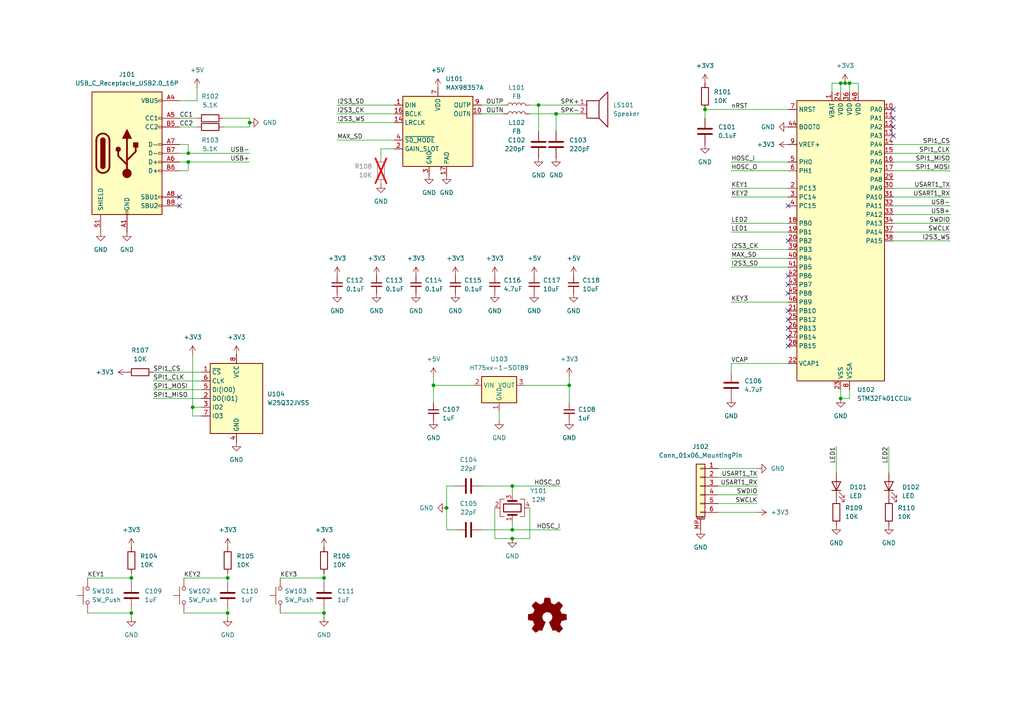
<source format=kicad_sch>
(kicad_sch (version 20231120) (generator "eeschema") (generator_version "8.0")
  (paper "A4")
  (title_block (title "Cyber Music Box") (date "2024-09-10") (rev "1.0") (company "akako") (comment 1 "A birthday gift to HalfSweet"))
  (lib_symbols
    (symbol "Audio:MAX98357A"
      (property "Reference" "U" (at -8.89 11.43 0))
      (property "Value" "MAX98357A" (at 10.16 11.43 0))
      (symbol "MAX98357A_1_1"
        (pin input line (at -12.7 7.62 0) (length 2.54) (name "DIN") (number "1"))
        (pin output line (at 12.7 5.08 180) (length 2.54) (name "OUTN") (number "10"))
        (pin passive line (at -2.54 -12.7 90) (length 2.54) hide (name "GND") (number "11"))
        (pin no_connect line (at 10.16 -5.08 180) (length 2.54) hide (name "NC") (number "12"))
        (pin no_connect line (at 10.16 -7.62 180) (length 2.54) hide (name "NC") (number "13"))
        (pin input line (at -12.7 2.54 0) (length 2.54) (name "LRCLK") (number "14"))
        (pin passive line (at -2.54 -12.7 90) (length 2.54) hide (name "GND") (number "15"))
        (pin input line (at -12.7 5.08 0) (length 2.54) (name "BCLK") (number "16"))
        (pin unspecified line (at 2.54 -12.7 90) (length 2.54) (name "PAD") (number "17"))
        (pin passive line (at -12.7 -5.08 0) (length 2.54) (name "GAIN_SLOT") (number "2"))
        (pin power_in line (at -2.54 -12.7 90) (length 2.54) (name "GND") (number "3"))
        (pin input line (at -12.7 -2.54 0) (length 2.54) (name "~{SD_MODE}") (number "4"))
        (pin no_connect line (at 10.16 2.54 180) (length 2.54) hide (name "NC") (number "5"))
        (pin no_connect line (at 10.16 0 180) (length 2.54) hide (name "NC") (number "6"))
        (pin power_in line (at 0 12.7 270) (length 2.54) (name "VDD") (number "7"))
        (pin passive line (at 0 12.7 270) (length 2.54) hide (name "VDD") (number "8"))
        (pin output line (at 12.7 7.62 180) (length 2.54) (name "OUTP") (number "9"))
      )
    )
    (symbol "Connector:USB_C_Receptacle_USB2.0_16P" (pin_names (offset 1.016))
      (property "Reference" "J" (at 0 22.225 0))
      (property "Value" "USB_C_Receptacle_USB2.0_16P" (at 0 19.685 0))
      (symbol "USB_C_Receptacle_USB2.0_16P_1_1"
        (pin passive line (at 0 -22.86 90) (length 5.08) (name "GND") (number "A1"))
        (pin passive line (at 0 -22.86 90) (length 5.08) hide (name "GND") (number "A12"))
        (pin passive line (at 15.24 15.24 180) (length 5.08) (name "VBUS") (number "A4"))
        (pin bidirectional line (at 15.24 10.16 180) (length 5.08) (name "CC1") (number "A5"))
        (pin bidirectional line (at 15.24 -2.54 180) (length 5.08) (name "D+") (number "A6"))
        (pin bidirectional line (at 15.24 2.54 180) (length 5.08) (name "D-") (number "A7"))
        (pin bidirectional line (at 15.24 -12.7 180) (length 5.08) (name "SBU1") (number "A8"))
        (pin passive line (at 15.24 15.24 180) (length 5.08) hide (name "VBUS") (number "A9"))
        (pin passive line (at 0 -22.86 90) (length 5.08) hide (name "GND") (number "B1"))
        (pin passive line (at 0 -22.86 90) (length 5.08) hide (name "GND") (number "B12"))
        (pin passive line (at 15.24 15.24 180) (length 5.08) hide (name "VBUS") (number "B4"))
        (pin bidirectional line (at 15.24 7.62 180) (length 5.08) (name "CC2") (number "B5"))
        (pin bidirectional line (at 15.24 -5.08 180) (length 5.08) (name "D+") (number "B6"))
        (pin bidirectional line (at 15.24 0 180) (length 5.08) (name "D-") (number "B7"))
        (pin bidirectional line (at 15.24 -15.24 180) (length 5.08) (name "SBU2") (number "B8"))
        (pin passive line (at 15.24 15.24 180) (length 5.08) hide (name "VBUS") (number "B9"))
        (pin passive line (at -7.62 -22.86 90) (length 5.08) (name "SHIELD") (number "S1"))
      )
    )
    (symbol "Connector_Generic_MountingPin:Conn_01x06_MountingPin" (pin_names (offset 1.016) hide)
      (property "Reference" "J" (at 0 7.62 0))
      (property "Value" "Conn_01x06_MountingPin" (at 1.27 -10.16 0))
      (symbol "Conn_01x06_MountingPin_1_1"
        (text "Mounting" (at 0 -9.271 0) (effects (font (size 0.381 0.381))))
        (pin passive line (at -5.08 5.08 0) (length 3.81) (name "Pin_1") (number "1"))
        (pin passive line (at -5.08 2.54 0) (length 3.81) (name "Pin_2") (number "2"))
        (pin passive line (at -5.08 0 0) (length 3.81) (name "Pin_3") (number "3"))
        (pin passive line (at -5.08 -2.54 0) (length 3.81) (name "Pin_4") (number "4"))
        (pin passive line (at -5.08 -5.08 0) (length 3.81) (name "Pin_5") (number "5"))
        (pin passive line (at -5.08 -7.62 0) (length 3.81) (name "Pin_6") (number "6"))
        (pin passive line (at 0 -12.7 90) (length 3.048) (name "MountPin") (number "MP"))
      )
    )
    (symbol "Device:C" (pin_numbers hide) (pin_names (offset 0.254))
      (property "Reference" "C" (at 0.635 2.54 0))
      (property "Value" "C" (at 0.635 -2.54 0))
      (symbol "C_1_1"
        (pin passive line (at 0 3.81 270) (length 2.794) (name "~") (number "1"))
        (pin passive line (at 0 -3.81 90) (length 2.794) (name "~") (number "2"))
      )
    )
    (symbol "Device:C_Small" (pin_numbers hide) (pin_names (offset 0.254) hide)
      (property "Reference" "C" (at 0.254 1.778 0))
      (property "Value" "C_Small" (at 0.254 -2.032 0))
      (symbol "C_Small_1_1"
        (pin passive line (at 0 2.54 270) (length 2.032) (name "~") (number "1"))
        (pin passive line (at 0 -2.54 90) (length 2.032) (name "~") (number "2"))
      )
    )
    (symbol "Device:Crystal_GND24" (pin_names (offset 1.016) hide)
      (property "Reference" "Y" (at 3.175 5.08 0))
      (property "Value" "Crystal_GND24" (at 3.175 3.175 0))
      (symbol "Crystal_GND24_1_1"
        (pin passive line (at -3.81 0 0) (length 1.27) (name "1") (number "1"))
        (pin passive line (at 0 5.08 270) (length 1.27) (name "2") (number "2"))
        (pin passive line (at 3.81 0 180) (length 1.27) (name "3") (number "3"))
        (pin passive line (at 0 -5.08 90) (length 1.27) (name "4") (number "4"))
      )
    )
    (symbol "Device:L" (pin_numbers hide) (pin_names (offset 1.016) hide)
      (property "Reference" "L" (at -1.27 0 90))
      (property "Value" "L" (at 1.905 0 90))
      (symbol "L_1_1"
        (pin passive line (at 0 3.81 270) (length 1.27) (name "1") (number "1"))
        (pin passive line (at 0 -3.81 90) (length 1.27) (name "2") (number "2"))
      )
    )
    (symbol "Device:LED" (pin_numbers hide) (pin_names (offset 1.016) hide)
      (property "Reference" "D" (at 0 2.54 0))
      (property "Value" "LED" (at 0 -2.54 0))
      (symbol "LED_1_1"
        (pin passive line (at -3.81 0 0) (length 2.54) (name "K") (number "1"))
        (pin passive line (at 3.81 0 180) (length 2.54) (name "A") (number "2"))
      )
    )
    (symbol "Device:R" (pin_numbers hide) (pin_names (offset 0))
      (property "Reference" "R" (at 2.032 0 90))
      (property "Value" "R" (at 0 0 90))
      (symbol "R_1_1"
        (pin passive line (at 0 3.81 270) (length 1.27) (name "~") (number "1"))
        (pin passive line (at 0 -3.81 90) (length 1.27) (name "~") (number "2"))
      )
    )
    (symbol "Device:Speaker" (pin_names (offset 0) hide)
      (property "Reference" "LS" (at 1.27 5.715 0))
      (property "Value" "Speaker" (at 1.27 3.81 0))
      (symbol "Speaker_1_1"
        (pin input line (at -5.08 0 0) (length 2.54) (name "1") (number "1"))
        (pin input line (at -5.08 -2.54 0) (length 2.54) (name "2") (number "2"))
      )
    )
    (symbol "Graphic:Logo_Open_Hardware_Small" (in_bom no) (on_board no))
    (symbol "MCU_ST_STM32F4:STM32F401CCUx"
      (property "Reference" "U" (at -12.7 41.91 0))
      (property "Value" "STM32F401CCUx" (at 7.62 41.91 0))
      (symbol "STM32F401CCUx_1_1"
        (pin power_in line (at -2.54 43.18 270) (length 2.54) (name "VBAT") (number "1"))
        (pin bidirectional line (at 15.24 38.1 180) (length 2.54) (name "PA0") (number "10"))
        (pin bidirectional line (at 15.24 35.56 180) (length 2.54) (name "PA1") (number "11"))
        (pin bidirectional line (at 15.24 33.02 180) (length 2.54) (name "PA2") (number "12"))
        (pin bidirectional line (at 15.24 30.48 180) (length 2.54) (name "PA3") (number "13"))
        (pin bidirectional line (at 15.24 27.94 180) (length 2.54) (name "PA4") (number "14"))
        (pin bidirectional line (at 15.24 25.4 180) (length 2.54) (name "PA5") (number "15"))
        (pin bidirectional line (at 15.24 22.86 180) (length 2.54) (name "PA6") (number "16"))
        (pin bidirectional line (at 15.24 20.32 180) (length 2.54) (name "PA7") (number "17"))
        (pin bidirectional line (at -15.24 5.08 0) (length 2.54) (name "PB0") (number "18"))
        (pin bidirectional line (at -15.24 2.54 0) (length 2.54) (name "PB1") (number "19"))
        (pin bidirectional line (at -15.24 15.24 0) (length 2.54) (name "PC13") (number "2"))
        (pin bidirectional line (at -15.24 0 0) (length 2.54) (name "PB2") (number "20"))
        (pin bidirectional line (at -15.24 -20.32 0) (length 2.54) (name "PB10") (number "21"))
        (pin power_out line (at -15.24 -35.56 0) (length 2.54) (name "VCAP1") (number "22"))
        (pin power_in line (at 0 -43.18 90) (length 2.54) (name "VSS") (number "23"))
        (pin power_in line (at 0 43.18 270) (length 2.54) (name "VDD") (number "24"))
        (pin bidirectional line (at -15.24 -22.86 0) (length 2.54) (name "PB12") (number "25"))
        (pin bidirectional line (at -15.24 -25.4 0) (length 2.54) (name "PB13") (number "26"))
        (pin bidirectional line (at -15.24 -27.94 0) (length 2.54) (name "PB14") (number "27"))
        (pin bidirectional line (at -15.24 -30.48 0) (length 2.54) (name "PB15") (number "28"))
        (pin bidirectional line (at 15.24 17.78 180) (length 2.54) (name "PA8") (number "29"))
        (pin bidirectional line (at -15.24 12.7 0) (length 2.54) (name "PC14") (number "3"))
        (pin bidirectional line (at 15.24 15.24 180) (length 2.54) (name "PA9") (number "30"))
        (pin bidirectional line (at 15.24 12.7 180) (length 2.54) (name "PA10") (number "31"))
        (pin bidirectional line (at 15.24 10.16 180) (length 2.54) (name "PA11") (number "32"))
        (pin bidirectional line (at 15.24 7.62 180) (length 2.54) (name "PA12") (number "33"))
        (pin bidirectional line (at 15.24 5.08 180) (length 2.54) (name "PA13") (number "34"))
        (pin passive line (at 0 -43.18 90) (length 2.54) hide (name "VSS") (number "35"))
        (pin power_in line (at 2.54 43.18 270) (length 2.54) (name "VDD") (number "36"))
        (pin bidirectional line (at 15.24 2.54 180) (length 2.54) (name "PA14") (number "37"))
        (pin bidirectional line (at 15.24 0 180) (length 2.54) (name "PA15") (number "38"))
        (pin bidirectional line (at -15.24 -2.54 0) (length 2.54) (name "PB3") (number "39"))
        (pin bidirectional line (at -15.24 10.16 0) (length 2.54) (name "PC15") (number "4"))
        (pin bidirectional line (at -15.24 -5.08 0) (length 2.54) (name "PB4") (number "40"))
        (pin bidirectional line (at -15.24 -7.62 0) (length 2.54) (name "PB5") (number "41"))
        (pin bidirectional line (at -15.24 -10.16 0) (length 2.54) (name "PB6") (number "42"))
        (pin bidirectional line (at -15.24 -12.7 0) (length 2.54) (name "PB7") (number "43"))
        (pin input line (at -15.24 33.02 0) (length 2.54) (name "BOOT0") (number "44"))
        (pin bidirectional line (at -15.24 -15.24 0) (length 2.54) (name "PB8") (number "45"))
        (pin bidirectional line (at -15.24 -17.78 0) (length 2.54) (name "PB9") (number "46"))
        (pin passive line (at 0 -43.18 90) (length 2.54) hide (name "VSS") (number "47"))
        (pin power_in line (at 5.08 43.18 270) (length 2.54) (name "VDD") (number "48"))
        (pin passive line (at 0 -43.18 90) (length 2.54) hide (name "VSS") (number "49"))
        (pin bidirectional line (at -15.24 22.86 0) (length 2.54) (name "PH0") (number "5"))
        (pin bidirectional line (at -15.24 20.32 0) (length 2.54) (name "PH1") (number "6"))
        (pin input line (at -15.24 38.1 0) (length 2.54) (name "NRST") (number "7"))
        (pin power_in line (at 2.54 -43.18 90) (length 2.54) (name "VSSA") (number "8"))
        (pin input line (at -15.24 27.94 0) (length 2.54) (name "VREF+") (number "9"))
      )
    )
    (symbol "Memory_Flash:W25Q32JVSS"
      (property "Reference" "U" (at -6.35 11.43 0))
      (property "Value" "W25Q32JVSS" (at 7.62 11.43 0))
      (symbol "W25Q32JVSS_1_1"
        (pin input line (at -10.16 7.62 0) (length 2.54) (name "~{CS}") (number "1"))
        (pin bidirectional line (at -10.16 0 0) (length 2.54) (name "DO(IO1)") (number "2"))
        (pin bidirectional line (at -10.16 -2.54 0) (length 2.54) (name "IO2") (number "3"))
        (pin power_in line (at 0 -12.7 90) (length 2.54) (name "GND") (number "4"))
        (pin bidirectional line (at -10.16 2.54 0) (length 2.54) (name "DI(IO0)") (number "5"))
        (pin input line (at -10.16 5.08 0) (length 2.54) (name "CLK") (number "6"))
        (pin bidirectional line (at -10.16 -5.08 0) (length 2.54) (name "IO3") (number "7"))
        (pin power_in line (at 0 12.7 270) (length 2.54) (name "VCC") (number "8"))
      )
    )
    (symbol "Regulator_Linear:HT75xx-1-SOT89"
      (property "Reference" "U" (at -5.08 -3.81 0))
      (property "Value" "HT75xx-1-SOT89" (at 0 6.35 0))
      (symbol "HT75xx-1-SOT89_1_1"
        (pin power_in line (at 0 -5.08 90) (length 2.54) (name "GND") (number "1"))
        (pin power_in line (at -7.62 2.54 0) (length 2.54) (name "VIN") (number "2"))
        (pin power_out line (at 7.62 2.54 180) (length 2.54) (name "VOUT") (number "3"))
      )
    )
    (symbol "Switch:SW_Push" (pin_numbers hide) (pin_names (offset 1.016) hide)
      (property "Reference" "SW" (at 1.27 2.54 0))
      (property "Value" "SW_Push" (at 0 -1.524 0))
      (symbol "SW_Push_0_1"
        (pin passive line (at -5.08 0 0) (length 2.54) (name "1") (number "1"))
        (pin passive line (at 5.08 0 180) (length 2.54) (name "2") (number "2"))
      )
    )
    (symbol "power:+3V3" (power) (pin_numbers hide) (pin_names (offset 0) hide)
      (property "Value" "+3V3" (at 0 3.556 0))
      (symbol "+3V3_1_1"
        (pin power_in line (at 0 0 90) (length 0) (name "~") (number "1"))
      )
    )
    (symbol "power:+5V" (power) (pin_numbers hide) (pin_names (offset 0) hide)
      (property "Value" "+5V" (at 0 3.556 0))
      (symbol "+5V_1_1"
        (pin power_in line (at 0 0 90) (length 0) (name "~") (number "1"))
      )
    )
    (symbol "power:GND" (power) (pin_numbers hide) (pin_names (offset 0) hide)
      (property "Value" "GND" (at 0 -3.81 0))
      (symbol "GND_1_1"
        (pin power_in line (at 0 0 270) (length 0) (name "~") (number "1"))
      )
    )
  )
  (junction (at 129.54 147.32))
  (junction (at 54.61 44.45))
  (junction (at 161.29 33.02))
  (junction (at 66.04 167.64))
  (junction (at 165.1 111.76))
  (junction (at 38.1 167.64))
  (junction (at 243.84 24.13))
  (junction (at 156.21 30.48))
  (junction (at 243.84 115.57))
  (junction (at 204.47 31.75))
  (junction (at 93.98 167.64))
  (junction (at 38.1 177.8))
  (junction (at 148.59 140.97))
  (junction (at 148.59 156.21))
  (junction (at 246.38 24.13))
  (junction (at 66.04 177.8))
  (junction (at 93.98 177.8))
  (junction (at 125.73 111.76))
  (junction (at 55.88 118.11))
  (junction (at 245.11 24.13))
  (junction (at 72.39 35.56))
  (junction (at 54.61 46.99))
  (junction (at 148.59 153.67))
  (no_connect (at 228.6 100.33))
  (no_connect (at 52.07 59.69))
  (no_connect (at 259.08 36.83))
  (no_connect (at 228.6 95.25))
  (no_connect (at 228.6 97.79))
  (no_connect (at 228.6 82.55))
  (no_connect (at 228.6 69.85))
  (no_connect (at 259.08 34.29))
  (no_connect (at 228.6 80.01))
  (no_connect (at 228.6 59.69))
  (no_connect (at 228.6 85.09))
  (no_connect (at 259.08 31.75))
  (no_connect (at 228.6 92.71))
  (no_connect (at 228.6 90.17))
  (no_connect (at 52.07 57.15))
  (no_connect (at 259.08 39.37))
  (wire (pts (xy 148.59 151.13) (xy 148.59 153.67)))
  (wire (pts (xy 53.34 167.64) (xy 66.04 167.64)))
  (wire (pts (xy 212.09 87.63) (xy 228.6 87.63)))
  (wire (pts (xy 212.09 72.39) (xy 228.6 72.39)))
  (wire (pts (xy 246.38 24.13) (xy 246.38 26.67)))
  (wire (pts (xy 54.61 44.45) (xy 52.07 44.45)))
  (wire (pts (xy 44.45 107.95) (xy 58.42 107.95)))
  (wire (pts (xy 54.61 41.91) (xy 54.61 44.45)))
  (wire (pts (xy 66.04 166.37) (xy 66.04 167.64)))
  (wire (pts (xy 129.54 140.97) (xy 129.54 147.32)))
  (wire (pts (xy 259.08 67.31) (xy 275.59 67.31)))
  (wire (pts (xy 156.21 30.48) (xy 167.64 30.48)))
  (wire (pts (xy 259.08 64.77) (xy 275.59 64.77)))
  (wire (pts (xy 114.3 35.56) (xy 97.79 35.56)))
  (wire (pts (xy 52.07 34.29) (xy 57.15 34.29)))
  (wire (pts (xy 228.6 105.41) (xy 212.09 105.41)))
  (wire (pts (xy 259.08 69.85) (xy 275.59 69.85)))
  (wire (pts (xy 38.1 166.37) (xy 38.1 167.64)))
  (wire (pts (xy 245.11 24.13) (xy 246.38 24.13)))
  (wire (pts (xy 52.07 41.91) (xy 54.61 41.91)))
  (wire (pts (xy 243.84 24.13) (xy 243.84 26.67)))
  (wire (pts (xy 248.92 26.67) (xy 248.92 24.13)))
  (wire (pts (xy 259.08 44.45) (xy 275.59 44.45)))
  (wire (pts (xy 93.98 166.37) (xy 93.98 167.64)))
  (wire (pts (xy 54.61 46.99) (xy 54.61 49.53)))
  (wire (pts (xy 54.61 44.45) (xy 72.39 44.45)))
  (wire (pts (xy 259.08 46.99) (xy 275.59 46.99)))
  (wire (pts (xy 38.1 177.8) (xy 38.1 176.53)))
  (wire (pts (xy 243.84 24.13) (xy 245.11 24.13)))
  (wire (pts (xy 148.59 140.97) (xy 162.56 140.97)))
  (wire (pts (xy 44.45 115.57) (xy 58.42 115.57)))
  (wire (pts (xy 243.84 113.03) (xy 243.84 115.57)))
  (wire (pts (xy 53.34 177.8) (xy 66.04 177.8)))
  (wire (pts (xy 139.7 140.97) (xy 148.59 140.97)))
  (wire (pts (xy 125.73 111.76) (xy 137.16 111.76)))
  (wire (pts (xy 125.73 111.76) (xy 125.73 116.84)))
  (wire (pts (xy 212.09 67.31) (xy 228.6 67.31)))
  (wire (pts (xy 212.09 105.41) (xy 212.09 107.95)))
  (wire (pts (xy 153.67 33.02) (xy 161.29 33.02)))
  (wire (pts (xy 81.28 177.8) (xy 93.98 177.8)))
  (wire (pts (xy 129.54 147.32) (xy 129.54 153.67)))
  (wire (pts (xy 144.78 121.92) (xy 144.78 119.38)))
  (wire (pts (xy 156.21 30.48) (xy 156.21 38.1)))
  (wire (pts (xy 66.04 167.64) (xy 66.04 168.91)))
  (wire (pts (xy 132.08 140.97) (xy 129.54 140.97)))
  (wire (pts (xy 81.28 167.64) (xy 93.98 167.64)))
  (wire (pts (xy 208.28 140.97) (xy 219.71 140.97)))
  (wire (pts (xy 212.09 57.15) (xy 228.6 57.15)))
  (wire (pts (xy 64.77 34.29) (xy 72.39 34.29)))
  (wire (pts (xy 52.07 46.99) (xy 54.61 46.99)))
  (wire (pts (xy 55.88 102.87) (xy 55.88 118.11)))
  (wire (pts (xy 212.09 74.93) (xy 228.6 74.93)))
  (wire (pts (xy 148.59 153.67) (xy 162.56 153.67)))
  (wire (pts (xy 246.38 24.13) (xy 248.92 24.13)))
  (wire (pts (xy 259.08 57.15) (xy 275.59 57.15)))
  (wire (pts (xy 259.08 41.91) (xy 275.59 41.91)))
  (wire (pts (xy 66.04 177.8) (xy 66.04 176.53)))
  (wire (pts (xy 110.49 43.18) (xy 110.49 45.72)))
  (wire (pts (xy 212.09 64.77) (xy 228.6 64.77)))
  (wire (pts (xy 208.28 148.59) (xy 219.71 148.59)))
  (wire (pts (xy 241.3 24.13) (xy 241.3 26.67)))
  (wire (pts (xy 208.28 135.89) (xy 219.71 135.89)))
  (wire (pts (xy 153.67 156.21) (xy 153.67 147.32)))
  (wire (pts (xy 93.98 179.07) (xy 93.98 177.8)))
  (wire (pts (xy 246.38 113.03) (xy 246.38 115.57)))
  (wire (pts (xy 212.09 46.99) (xy 228.6 46.99)))
  (wire (pts (xy 259.08 54.61) (xy 275.59 54.61)))
  (wire (pts (xy 208.28 143.51) (xy 219.71 143.51)))
  (wire (pts (xy 52.07 36.83) (xy 57.15 36.83)))
  (wire (pts (xy 54.61 49.53) (xy 52.07 49.53)))
  (wire (pts (xy 148.59 156.21) (xy 153.67 156.21)))
  (wire (pts (xy 25.4 167.64) (xy 38.1 167.64)))
  (wire (pts (xy 72.39 34.29) (xy 72.39 35.56)))
  (wire (pts (xy 139.7 30.48) (xy 146.05 30.48)))
  (wire (pts (xy 242.57 129.54) (xy 242.57 137.16)))
  (wire (pts (xy 97.79 33.02) (xy 114.3 33.02)))
  (wire (pts (xy 57.15 29.21) (xy 52.07 29.21)))
  (wire (pts (xy 257.81 129.54) (xy 257.81 137.16)))
  (wire (pts (xy 152.4 111.76) (xy 165.1 111.76)))
  (wire (pts (xy 161.29 38.1) (xy 161.29 33.02)))
  (wire (pts (xy 208.28 146.05) (xy 219.71 146.05)))
  (wire (pts (xy 246.38 115.57) (xy 243.84 115.57)))
  (wire (pts (xy 57.15 25.4) (xy 57.15 29.21)))
  (wire (pts (xy 97.79 30.48) (xy 114.3 30.48)))
  (wire (pts (xy 97.79 40.64) (xy 114.3 40.64)))
  (wire (pts (xy 55.88 120.65) (xy 58.42 120.65)))
  (wire (pts (xy 148.59 143.51) (xy 148.59 140.97)))
  (wire (pts (xy 55.88 118.11) (xy 58.42 118.11)))
  (wire (pts (xy 212.09 49.53) (xy 228.6 49.53)))
  (wire (pts (xy 93.98 177.8) (xy 93.98 176.53)))
  (wire (pts (xy 208.28 138.43) (xy 219.71 138.43)))
  (wire (pts (xy 72.39 35.56) (xy 72.39 36.83)))
  (wire (pts (xy 259.08 59.69) (xy 275.59 59.69)))
  (wire (pts (xy 139.7 33.02) (xy 146.05 33.02)))
  (wire (pts (xy 38.1 179.07) (xy 38.1 177.8)))
  (wire (pts (xy 25.4 177.8) (xy 38.1 177.8)))
  (wire (pts (xy 161.29 33.02) (xy 167.64 33.02)))
  (wire (pts (xy 212.09 77.47) (xy 228.6 77.47)))
  (wire (pts (xy 241.3 24.13) (xy 243.84 24.13)))
  (wire (pts (xy 38.1 167.64) (xy 38.1 168.91)))
  (wire (pts (xy 143.51 147.32) (xy 143.51 156.21)))
  (wire (pts (xy 72.39 36.83) (xy 64.77 36.83)))
  (wire (pts (xy 114.3 43.18) (xy 110.49 43.18)))
  (wire (pts (xy 44.45 110.49) (xy 58.42 110.49)))
  (wire (pts (xy 153.67 30.48) (xy 156.21 30.48)))
  (wire (pts (xy 125.73 109.22) (xy 125.73 111.76)))
  (wire (pts (xy 204.47 31.75) (xy 228.6 31.75)))
  (wire (pts (xy 54.61 46.99) (xy 72.39 46.99)))
  (wire (pts (xy 66.04 179.07) (xy 66.04 177.8)))
  (wire (pts (xy 212.09 54.61) (xy 228.6 54.61)))
  (wire (pts (xy 165.1 116.84) (xy 165.1 111.76)))
  (wire (pts (xy 139.7 153.67) (xy 148.59 153.67)))
  (wire (pts (xy 44.45 113.03) (xy 58.42 113.03)))
  (wire (pts (xy 259.08 62.23) (xy 275.59 62.23)))
  (wire (pts (xy 165.1 109.22) (xy 165.1 111.76)))
  (wire (pts (xy 259.08 49.53) (xy 275.59 49.53)))
  (wire (pts (xy 204.47 31.75) (xy 204.47 34.29)))
  (wire (pts (xy 143.51 156.21) (xy 148.59 156.21)))
  (wire (pts (xy 55.88 118.11) (xy 55.88 120.65)))
  (wire (pts (xy 93.98 167.64) (xy 93.98 168.91)))
  (wire (pts (xy 129.54 153.67) (xy 132.08 153.67)))
  (label "SPI1_CS" (at 44.45 107.95 0))
  (label "SPI1_MISO" (at 44.45 115.57 0))
  (label "SWDIO" (at 275.59 64.77 180))
  (label "I2S3_WS" (at 97.79 35.56 0))
  (label "SPI1_CLK" (at 44.45 110.49 0))
  (label "CC2" (at 52.07 36.83 0))
  (label "HOSC_O" (at 212.09 49.53 0))
  (label "USART1_TX" (at 219.71 138.43 180))
  (label "KEY3" (at 81.28 167.64 0))
  (label "SPI1_MISO" (at 275.59 46.99 180))
  (label "OUTP" (at 140.97 30.48 0))
  (label "SWCLK" (at 275.59 67.31 180))
  (label "SPI1_MOSI" (at 44.45 113.03 0))
  (label "KEY1" (at 212.09 54.61 0))
  (label "SPK-" (at 162.56 33.02 0))
  (label "USB+" (at 72.39 46.99 180))
  (label "KEY2" (at 53.34 167.64 0))
  (label "LED1" (at 242.57 129.54 270))
  (label "HOSC_O" (at 162.56 140.97 180))
  (label "CC1" (at 52.07 34.29 0))
  (label "LED1" (at 212.09 67.31 0))
  (label "USB-" (at 275.59 59.69 180))
  (label "MAX_SD" (at 97.79 40.64 0))
  (label "LED2" (at 257.81 129.54 270))
  (label "I2S3_CK" (at 212.09 72.39 0))
  (label "I2S3_SD" (at 212.09 77.47 0))
  (label "SPI1_CLK" (at 275.59 44.45 180))
  (label "SPK+" (at 162.56 30.48 0))
  (label "MAX_SD" (at 212.09 74.93 0))
  (label "USB+" (at 275.59 62.23 180))
  (label "LED2" (at 212.09 64.77 0))
  (label "SWDIO" (at 219.71 143.51 180))
  (label "USART1_RX" (at 275.59 57.15 180))
  (label "SPI1_MOSI" (at 275.59 49.53 180))
  (label "I2S3_CK" (at 97.79 33.02 0))
  (label "KEY1" (at 25.4 167.64 0))
  (label "HOSC_I" (at 162.56 153.67 180))
  (label "SPI1_CS" (at 275.59 41.91 180))
  (label "OUTN" (at 140.97 33.02 0))
  (label "HOSC_I" (at 212.09 46.99 0))
  (label "USART1_RX" (at 219.71 140.97 180))
  (label "I2S3_SD" (at 97.79 30.48 0))
  (label "KEY3" (at 212.09 87.63 0))
  (label "VCAP" (at 212.09 105.41 0))
  (label "nRST" (at 212.09 31.75 0))
  (label "I2S3_WS" (at 275.59 69.85 180))
  (label "USART1_TX" (at 275.59 54.61 180))
  (label "SWCLK" (at 219.71 146.05 180))
  (label "KEY2" (at 212.09 57.15 0))
  (label "USB-" (at 72.39 44.45 180))
  (symbol (lib_id "Device:C") (at 66.04 172.72 0) (unit 1)
    (property "Reference" "C110" (at 69.85 171.4499 0) (effects (justify left)))
    (property "Value" "1uF" (at 69.85 173.9899 0) (effects (justify left)))
    (property "Footprint" "Capacitor_SMD:C_0603_1608Metric" (effects (hide yes)))
    (property "Description" "Unpolarized capacitor" (effects (hide yes)))
  )
  (symbol (lib_id "Device:C_Small") (at 154.94 82.55 0) (unit 1)
    (property "Reference" "C117" (at 157.48 81.2862 0) (effects (justify left)))
    (property "Value" "10uF" (at 157.48 83.8262 0) (effects (justify left)))
    (property "Footprint" "Capacitor_SMD:C_0805_2012Metric" (effects (hide yes)))
  )
  (symbol (lib_id "Device:C_Small") (at 109.22 82.55 0) (unit 1)
    (property "Reference" "C113" (at 111.76 81.2862 0) (effects (justify left)))
    (property "Value" "0.1uF" (at 111.76 83.8262 0) (effects (justify left)))
    (property "Footprint" "Capacitor_SMD:C_0603_1608Metric" (effects (hide yes)))
  )
  (symbol (lib_id "power:GND") (at 148.59 156.21 0) (unit 1)
    (property "Reference" "#PWR0116" (effects (hide yes)))
    (property "Value" "GND" (at 148.59 161.29 0))
    (property "Description" "Power symbol creates a global label with name \"GND\" , ground" (effects (hide yes)))
  )
  (symbol (lib_id "power:+5V") (at 127 25.4 0) (unit 1)
    (property "Reference" "#PWR0104" (effects (hide yes)))
    (property "Value" "+5V" (at 127 20.32 0))
  )
  (symbol (lib_id "power:+3V3") (at 93.98 158.75 0) (unit 1)
    (property "Reference" "#PWR0129" (effects (hide yes)))
    (property "Value" "+3V3" (at 93.98 153.67 0))
    (property "Description" "Power symbol creates a global label with name \"+3V3\"" (effects (hide yes)))
  )
  (symbol (lib_id "power:GND") (at 68.58 128.27 0) (unit 1)
    (property "Reference" "#PWR0126" (effects (hide yes)))
    (property "Value" "GND" (at 68.58 133.35 0))
    (property "Description" "Power symbol creates a global label with name \"GND\" , ground" (effects (hide yes)))
  )
  (symbol (lib_id "power:+3V3") (at 143.51 80.01 0) (unit 1)
    (property "Reference" "#PWR0148" (effects (hide yes)))
    (property "Value" "+3V3" (at 143.51 74.93 0))
  )
  (symbol (lib_id "Device:L") (at 149.86 30.48 90) (unit 1)
    (property "Reference" "L101" (at 149.86 25.4 90))
    (property "Value" "FB" (at 149.86 27.94 90))
    (property "Footprint" "Inductor_SMD:L_1206_3216Metric" (effects (hide yes)))
    (property "Description" "Inductor" (effects (hide yes)))
  )
  (symbol (lib_id "Switch:SW_Push") (at 81.28 172.72 90) (unit 1)
    (property "Reference" "SW103" (at 82.55 171.4499 90) (effects (justify right)))
    (property "Value" "SW_Push" (at 82.55 173.9899 90) (effects (justify right)))
    (property "Footprint" "Button_Switch_SMD:SW_Push_1P1T_NO_CK_KMR2" (effects (hide yes)))
    (property "Description" "Push button switch, generic, two pins" (effects (hide yes)))
  )
  (symbol (lib_id "Device:C") (at 38.1 172.72 0) (unit 1)
    (property "Reference" "C109" (at 41.91 171.4499 0) (effects (justify left)))
    (property "Value" "1uF" (at 41.91 173.9899 0) (effects (justify left)))
    (property "Footprint" "Capacitor_SMD:C_0603_1608Metric" (effects (hide yes)))
    (property "Description" "Unpolarized capacitor" (effects (hide yes)))
  )
  (symbol (lib_id "Device:R") (at 38.1 162.56 0) (unit 1)
    (property "Reference" "R104" (at 40.64 161.2899 0) (effects (justify left)))
    (property "Value" "10K" (at 40.64 163.8299 0) (effects (justify left)))
    (property "Footprint" "Resistor_SMD:R_0603_1608Metric" (effects (hide yes)))
    (property "Description" "Resistor" (effects (hide yes)))
  )
  (symbol (lib_id "power:GND") (at 156.21 45.72 0) (unit 1)
    (property "Reference" "#PWR0109" (effects (hide yes)))
    (property "Value" "GND" (at 156.21 50.8 0))
  )
  (symbol (lib_id "power:GND") (at 29.21 67.31 0) (unit 1)
    (property "Reference" "#PWR0113" (effects (hide yes)))
    (property "Value" "GND" (at 29.21 72.39 0))
    (property "Description" "Power symbol creates a global label with name \"GND\" , ground" (effects (hide yes)))
  )
  (symbol (lib_id "Graphic:Logo_Open_Hardware_Small") (at 158.75 179.07 0) (unit 1) (in_bom no)
    (property "Reference" "#SYM101" (effects (hide yes)))
    (property "Value" "Logo_Open_Hardware_Small" (effects (hide yes)))
    (property "Footprint" "Symbol:OSHW-Logo_7.5x8mm_SilkScreen" (effects (hide yes)))
    (property "Description" "Open Hardware logo, small" (effects (hide yes)))
    (property "Sim.Enable" "0" (effects (hide yes)))
  )
  (symbol (lib_id "power:GND") (at 109.22 85.09 0) (unit 1)
    (property "Reference" "#PWR0143" (effects (hide yes)))
    (property "Value" "GND" (at 109.22 90.17 0))
  )
  (symbol (lib_id "power:+3V3") (at 120.65 80.01 0) (unit 1)
    (property "Reference" "#PWR0144" (effects (hide yes)))
    (property "Value" "+3V3" (at 120.65 74.93 0))
  )
  (symbol (lib_id "power:+5V") (at 166.37 80.01 0) (unit 1)
    (property "Reference" "#PWR0152" (effects (hide yes)))
    (property "Value" "+5V" (at 166.37 74.93 0))
    (property "Description" "Power symbol creates a global label with name \"+5V\"" (effects (hide yes)))
  )
  (symbol (lib_id "Switch:SW_Push") (at 25.4 172.72 90) (unit 1)
    (property "Reference" "SW101" (at 26.67 171.4499 90) (effects (justify right)))
    (property "Value" "SW_Push" (at 26.67 173.9899 90) (effects (justify right)))
    (property "Footprint" "Button_Switch_SMD:SW_Push_1P1T_NO_CK_KMR2" (effects (hide yes)))
    (property "Description" "Push button switch, generic, two pins" (effects (hide yes)))
  )
  (symbol (lib_id "power:GND") (at 166.37 85.09 0) (unit 1)
    (property "Reference" "#PWR0153" (effects (hide yes)))
    (property "Value" "GND" (at 166.37 90.17 0))
  )
  (symbol (lib_id "power:+3V3") (at 97.79 80.01 0) (unit 1)
    (property "Reference" "#PWR0140" (effects (hide yes)))
    (property "Value" "+3V3" (at 97.79 74.93 0))
  )
  (symbol (lib_id "power:+3V3") (at 245.11 24.13 0) (unit 1)
    (property "Reference" "#PWR0102" (effects (hide yes)))
    (property "Value" "+3V3" (at 245.11 19.05 0))
    (property "Description" "Power symbol creates a global label with name \"+3V3\"" (effects (hide yes)))
  )
  (symbol (lib_id "power:GND") (at 93.98 179.07 0) (unit 1)
    (property "Reference" "#PWR0132" (effects (hide yes)))
    (property "Value" "GND" (at 93.98 184.15 0))
    (property "Description" "Power symbol creates a global label with name \"GND\" , ground" (effects (hide yes)))
  )
  (symbol (lib_id "power:GND") (at 144.78 121.92 0) (unit 1)
    (property "Reference" "#PWR0124" (effects (hide yes)))
    (property "Value" "GND" (at 144.78 127 0))
  )
  (symbol (lib_id "Device:R") (at 93.98 162.56 0) (unit 1)
    (property "Reference" "R106" (at 96.52 161.2899 0) (effects (justify left)))
    (property "Value" "10K" (at 96.52 163.8299 0) (effects (justify left)))
    (property "Footprint" "Resistor_SMD:R_0603_1608Metric" (effects (hide yes)))
    (property "Description" "Resistor" (effects (hide yes)))
  )
  (symbol (lib_id "Device:C_Small") (at 97.79 82.55 0) (unit 1)
    (property "Reference" "C112" (at 100.33 81.2862 0) (effects (justify left)))
    (property "Value" "0.1uF" (at 100.33 83.8262 0) (effects (justify left)))
    (property "Footprint" "Capacitor_SMD:C_0603_1608Metric" (effects (hide yes)))
  )
  (symbol (lib_id "Regulator_Linear:HT75xx-1-SOT89") (at 144.78 114.3 0) (unit 1)
    (property "Reference" "U103" (at 144.78 104.14 0))
    (property "Value" "HT75xx-1-SOT89" (at 144.78 106.68 0))
    (property "Footprint" "Package_TO_SOT_SMD:SOT-89-3" (effects (hide yes)))
    (property "Datasheet" "https://www.holtek.com/documents/10179/116711/HT75xx-1v250.pdf" (effects (hide yes)))
    (property "Description" "100mA Low Dropout Voltage Regulator, Fixed Output, SOT89" (effects (hide yes)))
  )
  (symbol (lib_id "power:GND") (at 120.65 85.09 0) (unit 1)
    (property "Reference" "#PWR0145" (effects (hide yes)))
    (property "Value" "GND" (at 120.65 90.17 0))
  )
  (symbol (lib_id "Device:R") (at 242.57 148.59 0) (unit 1)
    (property "Reference" "R109" (at 245.11 147.3199 0) (effects (justify left)))
    (property "Value" "10K" (at 245.11 149.8599 0) (effects (justify left)))
    (property "Footprint" "Resistor_SMD:R_0603_1608Metric" (effects (hide yes)))
    (property "Description" "Resistor" (effects (hide yes)))
  )
  (symbol (lib_id "Device:C_Small") (at 120.65 82.55 0) (unit 1)
    (property "Reference" "C114" (at 123.19 81.2862 0) (effects (justify left)))
    (property "Value" "0.1uF" (at 123.19 83.8262 0) (effects (justify left)))
    (property "Footprint" "Capacitor_SMD:C_0603_1608Metric" (effects (hide yes)))
  )
  (symbol (lib_id "power:+3V3") (at 68.58 102.87 0) (unit 1)
    (property "Reference" "#PWR0120" (effects (hide yes)))
    (property "Value" "+3V3" (at 68.58 97.79 0))
    (property "Description" "Power symbol creates a global label with name \"+3V3\"" (effects (hide yes)))
  )
  (symbol (lib_id "power:GND") (at 242.57 152.4 0) (unit 1)
    (property "Reference" "#PWR0137" (effects (hide yes)))
    (property "Value" "GND" (at 242.57 157.48 0))
    (property "Description" "Power symbol creates a global label with name \"GND\" , ground" (effects (hide yes)))
  )
  (symbol (lib_id "power:GND") (at 154.94 85.09 0) (unit 1)
    (property "Reference" "#PWR0151" (effects (hide yes)))
    (property "Value" "GND" (at 154.94 90.17 0))
  )
  (symbol (lib_id "power:GND") (at 228.6 36.83 270) (unit 1)
    (property "Reference" "#PWR0105" (effects (hide yes)))
    (property "Value" "GND" (at 224.79 36.8299 90) (effects (justify right)))
    (property "Description" "Power symbol creates a global label with name \"GND\" , ground" (effects (hide yes)))
  )
  (symbol (lib_id "Device:C_Small") (at 125.73 119.38 0) (unit 1)
    (property "Reference" "C107" (at 128.27 118.7513 0) (effects (justify left)))
    (property "Value" "1uF" (at 128.27 121.2913 0) (effects (justify left)))
    (property "Footprint" "Capacitor_SMD:C_0603_1608Metric" (effects (hide yes)))
  )
  (symbol (lib_id "Device:R") (at 204.47 27.94 0) (unit 1)
    (property "Reference" "R101" (at 207.01 26.6699 0) (effects (justify left)))
    (property "Value" "10K" (at 207.01 29.2099 0) (effects (justify left)))
    (property "Footprint" "Resistor_SMD:R_0603_1608Metric" (effects (hide yes)))
    (property "Description" "Resistor" (effects (hide yes)))
  )
  (symbol (lib_id "Device:R") (at 60.96 36.83 90) (unit 1)
    (property "Reference" "R103" (at 60.96 40.64 90))
    (property "Value" "5.1K" (at 60.96 43.18 90))
    (property "Footprint" "Resistor_SMD:R_0603_1608Metric" (effects (hide yes)))
    (property "Description" "Resistor" (effects (hide yes)))
  )
  (symbol (lib_id "power:GND") (at 125.73 121.92 0) (unit 1)
    (property "Reference" "#PWR0123" (effects (hide yes)))
    (property "Value" "GND" (at 125.73 127 0))
  )
  (symbol (lib_id "power:+3V3") (at 38.1 158.75 0) (unit 1)
    (property "Reference" "#PWR0127" (effects (hide yes)))
    (property "Value" "+3V3" (at 38.1 153.67 0))
    (property "Description" "Power symbol creates a global label with name \"+3V3\"" (effects (hide yes)))
  )
  (symbol (lib_id "power:GND") (at 212.09 115.57 0) (unit 1)
    (property "Reference" "#PWR0117" (effects (hide yes)))
    (property "Value" "GND" (at 212.09 120.65 0))
    (property "Description" "Power symbol creates a global label with name \"GND\" , ground" (effects (hide yes)))
  )
  (symbol (lib_id "power:GND") (at 36.83 67.31 0) (unit 1)
    (property "Reference" "#PWR0114" (effects (hide yes)))
    (property "Value" "GND" (at 36.83 72.39 0))
    (property "Description" "Power symbol creates a global label with name \"GND\" , ground" (effects (hide yes)))
  )
  (symbol (lib_id "Device:C") (at 204.47 38.1 0) (unit 1)
    (property "Reference" "C101" (at 208.28 36.8299 0) (effects (justify left)))
    (property "Value" "0.1uF" (at 208.28 39.3699 0) (effects (justify left)))
    (property "Footprint" "Capacitor_SMD:C_0603_1608Metric" (effects (hide yes)))
    (property "Description" "Unpolarized capacitor" (effects (hide yes)))
  )
  (symbol (lib_id "power:GND") (at 38.1 179.07 0) (unit 1)
    (property "Reference" "#PWR0130" (effects (hide yes)))
    (property "Value" "GND" (at 38.1 184.15 0))
    (property "Description" "Power symbol creates a global label with name \"GND\" , ground" (effects (hide yes)))
  )
  (symbol (lib_id "Device:Speaker") (at 172.72 30.48 0) (unit 1)
    (property "Reference" "LS101" (at 177.8 30.4799 0) (effects (justify left)))
    (property "Value" "Speaker" (at 177.8 33.0199 0) (effects (justify left)))
    (property "Footprint" "Connector_PinHeader_2.54mm:PinHeader_1x02_P2.54mm_Vertical" (effects (hide yes)))
    (property "Description" "Speaker" (effects (hide yes)))
  )
  (symbol (lib_id "power:+3V3") (at 165.1 109.22 0) (unit 1)
    (property "Reference" "#PWR0122" (effects (hide yes)))
    (property "Value" "+3V3" (at 165.1 104.14 0))
  )
  (symbol (lib_id "Device:R") (at 40.64 107.95 90) (unit 1)
    (property "Reference" "R107" (at 40.64 101.6 90))
    (property "Value" "10K" (at 40.64 104.14 90))
    (property "Footprint" "Resistor_SMD:R_0603_1608Metric" (effects (hide yes)))
    (property "Description" "Resistor" (effects (hide yes)))
  )
  (symbol (lib_id "power:GND") (at 129.54 147.32 270) (unit 1)
    (property "Reference" "#PWR0115" (effects (hide yes)))
    (property "Value" "GND" (at 125.73 147.3199 90) (effects (justify right)))
    (property "Description" "Power symbol creates a global label with name \"GND\" , ground" (effects (hide yes)))
  )
  (symbol (lib_id "Device:LED") (at 242.57 140.97 90) (unit 1)
    (property "Reference" "D101" (at 246.38 141.2874 90) (effects (justify right)))
    (property "Value" "LED" (at 246.38 143.8274 90) (effects (justify right)))
    (property "Footprint" "LED_SMD:LED_0603_1608Metric" (effects (hide yes)))
    (property "Description" "Light emitting diode" (effects (hide yes)))
  )
  (symbol (lib_id "power:GND") (at 72.39 35.56 90) (unit 1)
    (property "Reference" "#PWR0106" (effects (hide yes)))
    (property "Value" "GND" (at 76.2 35.5599 90) (effects (justify right)))
    (property "Description" "Power symbol creates a global label with name \"GND\" , ground" (effects (hide yes)))
  )
  (symbol (lib_id "Device:C") (at 135.89 153.67 90) (unit 1)
    (property "Reference" "C105" (at 135.89 146.05 90))
    (property "Value" "22pF" (at 135.89 148.59 90))
    (property "Footprint" "Capacitor_SMD:C_0603_1608Metric" (effects (hide yes)))
    (property "Description" "Unpolarized capacitor" (effects (hide yes)))
  )
  (symbol (lib_id "Device:C_Small") (at 132.08 82.55 0) (unit 1)
    (property "Reference" "C115" (at 134.62 81.2862 0) (effects (justify left)))
    (property "Value" "0.1uF" (at 134.62 83.8262 0) (effects (justify left)))
    (property "Footprint" "Capacitor_SMD:C_0603_1608Metric" (effects (hide yes)))
  )
  (symbol (lib_id "Device:R") (at 60.96 34.29 90) (unit 1)
    (property "Reference" "R102" (at 60.96 27.94 90))
    (property "Value" "5.1K" (at 60.96 30.48 90))
    (property "Footprint" "Resistor_SMD:R_0603_1608Metric" (effects (hide yes)))
    (property "Description" "Resistor" (effects (hide yes)))
  )
  (symbol (lib_id "power:GND") (at 97.79 85.09 0) (unit 1)
    (property "Reference" "#PWR0141" (effects (hide yes)))
    (property "Value" "GND" (at 97.79 90.17 0))
  )
  (symbol (lib_id "Device:C") (at 161.29 41.91 0) (unit 1)
    (property "Reference" "C103" (at 165.1 40.6399 0) (effects (justify left)))
    (property "Value" "220pF" (at 165.1 43.1799 0) (effects (justify left)))
    (property "Footprint" "Capacitor_SMD:C_0603_1608Metric" (effects (hide yes)))
  )
  (symbol (lib_id "Device:C") (at 212.09 111.76 0) (unit 1)
    (property "Reference" "C106" (at 215.9 110.4899 0) (effects (justify left)))
    (property "Value" "4.7uF" (at 215.9 113.0299 0) (effects (justify left)))
    (property "Footprint" "Capacitor_SMD:C_0603_1608Metric" (effects (hide yes)))
    (property "Description" "Unpolarized capacitor" (effects (hide yes)))
  )
  (symbol (lib_id "Audio:MAX98357A") (at 127 38.1 0) (unit 1)
    (property "Reference" "U101" (at 129.1941 22.86 0) (effects (justify left)))
    (property "Value" "MAX98357A" (at 129.1941 25.4 0) (effects (justify left)))
    (property "Footprint" "Package_DFN_QFN:TQFN-16-1EP_3x3mm_P0.5mm_EP1.23x1.23mm" (effects (hide yes)))
    (property "Datasheet" "https://www.analog.com/media/en/technical-documentation/data-sheets/MAX98357A-MAX98357B.pdf" (effects (hide yes)))
    (property "Description" "Mono DAC with amplifier, I2S, PCM, TDM, 32-bit, 96khz, 3.2W, TQFP-16" (effects (hide yes)))
  )
  (symbol (lib_id "power:+3V3") (at 132.08 80.01 0) (unit 1)
    (property "Reference" "#PWR0146" (effects (hide yes)))
    (property "Value" "+3V3" (at 132.08 74.93 0))
  )
  (symbol (lib_id "power:+3V3") (at 219.71 148.59 270) (unit 1)
    (property "Reference" "#PWR0136" (effects (hide yes)))
    (property "Value" "+3V3" (at 223.52 148.5899 90) (effects (justify left)))
    (property "Description" "Power symbol creates a global label with name \"+3V3\"" (effects (hide yes)))
  )
  (symbol (lib_id "power:GND") (at 165.1 121.92 0) (unit 1)
    (property "Reference" "#PWR0125" (effects (hide yes)))
    (property "Value" "GND" (at 165.1 127 0))
  )
  (symbol (lib_id "power:+5V") (at 125.73 109.22 0) (unit 1)
    (property "Reference" "#PWR0121" (effects (hide yes)))
    (property "Value" "+5V" (at 125.73 104.14 0))
  )
  (symbol (lib_id "power:GND") (at 110.49 53.34 0) (unit 1)
    (property "Reference" "#PWR0134" (effects (hide yes)))
    (property "Value" "GND" (at 110.49 58.42 0))
    (property "Description" "Power symbol creates a global label with name \"GND\" , ground" (effects (hide yes)))
  )
  (symbol (lib_id "Device:R") (at 66.04 162.56 0) (unit 1)
    (property "Reference" "R105" (at 68.58 161.2899 0) (effects (justify left)))
    (property "Value" "10K" (at 68.58 163.8299 0) (effects (justify left)))
    (property "Footprint" "Resistor_SMD:R_0603_1608Metric" (effects (hide yes)))
    (property "Description" "Resistor" (effects (hide yes)))
  )
  (symbol (lib_id "MCU_ST_STM32F4:STM32F401CCUx") (at 243.84 69.85 0) (unit 1)
    (property "Reference" "U102" (at 248.5741 113.03 0) (effects (justify left)))
    (property "Value" "STM32F401CCUx" (at 248.5741 115.57 0) (effects (justify left)))
    (property "Footprint" "Package_DFN_QFN:QFN-48-1EP_7x7mm_P0.5mm_EP5.6x5.6mm" (effects (hide yes)))
    (property "Datasheet" "https://www.st.com/resource/en/datasheet/stm32f401cc.pdf" (effects (hide yes)))
    (property "Description" "STMicroelectronics Arm Cortex-M4 MCU, 256KB flash, 64KB RAM, 84 MHz, 1.7-3.6V, 36 GPIO, UFQFPN48" (effects (hide yes)))
  )
  (symbol (lib_id "Device:R") (at 257.81 148.59 0) (unit 1)
    (property "Reference" "R110" (at 260.35 147.3199 0) (effects (justify left)))
    (property "Value" "10K" (at 260.35 149.8599 0) (effects (justify left)))
    (property "Footprint" "Resistor_SMD:R_0603_1608Metric" (effects (hide yes)))
    (property "Description" "Resistor" (effects (hide yes)))
  )
  (symbol (lib_id "power:GND") (at 243.84 115.57 0) (unit 1)
    (property "Reference" "#PWR0118" (effects (hide yes)))
    (property "Value" "GND" (at 243.84 120.65 0))
    (property "Description" "Power symbol creates a global label with name \"GND\" , ground" (effects (hide yes)))
  )
  (symbol (lib_id "Connector:USB_C_Receptacle_USB2.0_16P") (at 36.83 44.45 0) (unit 1)
    (property "Reference" "J101" (at 36.83 21.59 0))
    (property "Value" "USB_C_Receptacle_USB2.0_16P" (at 36.83 24.13 0))
    (property "Footprint" "Connector_USB:USB_C_Receptacle_HRO_TYPE-C-31-M-12" (effects (hide yes)))
    (property "Datasheet" "https://www.usb.org/sites/default/files/documents/usb_type-c.zip" (effects (hide yes)))
    (property "Description" "USB 2.0-only 16P Type-C Receptacle connector" (effects (hide yes)))
  )
  (symbol (lib_id "power:+3V3") (at 228.6 41.91 90) (unit 1)
    (property "Reference" "#PWR0108" (effects (hide yes)))
    (property "Value" "+3V3" (at 224.79 41.9099 90) (effects (justify left)))
    (property "Description" "Power symbol creates a global label with name \"+3V3\"" (effects (hide yes)))
  )
  (symbol (lib_id "Device:LED") (at 257.81 140.97 90) (unit 1)
    (property "Reference" "D102" (at 261.62 141.2874 90) (effects (justify right)))
    (property "Value" "LED" (at 261.62 143.8274 90) (effects (justify right)))
    (property "Footprint" "LED_SMD:LED_0603_1608Metric" (effects (hide yes)))
    (property "Description" "Light emitting diode" (effects (hide yes)))
  )
  (symbol (lib_id "Device:C") (at 93.98 172.72 0) (unit 1)
    (property "Reference" "C111" (at 97.79 171.4499 0) (effects (justify left)))
    (property "Value" "1uF" (at 97.79 173.9899 0) (effects (justify left)))
    (property "Footprint" "Capacitor_SMD:C_0603_1608Metric" (effects (hide yes)))
    (property "Description" "Unpolarized capacitor" (effects (hide yes)))
  )
  (symbol (lib_id "power:GND") (at 132.08 85.09 0) (unit 1)
    (property "Reference" "#PWR0147" (effects (hide yes)))
    (property "Value" "GND" (at 132.08 90.17 0))
  )
  (symbol (lib_id "power:GND") (at 66.04 179.07 0) (unit 1)
    (property "Reference" "#PWR0131" (effects (hide yes)))
    (property "Value" "GND" (at 66.04 184.15 0))
    (property "Description" "Power symbol creates a global label with name \"GND\" , ground" (effects (hide yes)))
  )
  (symbol (lib_id "Device:C_Small") (at 166.37 82.55 0) (unit 1)
    (property "Reference" "C118" (at 168.91 81.2862 0) (effects (justify left)))
    (property "Value" "10uF" (at 168.91 83.8262 0) (effects (justify left)))
    (property "Footprint" "Capacitor_SMD:C_0805_2012Metric" (effects (hide yes)))
  )
  (symbol (lib_id "power:GND") (at 257.81 152.4 0) (unit 1)
    (property "Reference" "#PWR0138" (effects (hide yes)))
    (property "Value" "GND" (at 257.81 157.48 0))
    (property "Description" "Power symbol creates a global label with name \"GND\" , ground" (effects (hide yes)))
  )
  (symbol (lib_id "Device:R") (at 110.49 49.53 0) (unit 1) (in_bom no) (dnp yes)
    (property "Reference" "R108" (at 107.95 48.2599 0) (effects (justify right)))
    (property "Value" "10K" (at 107.95 50.7999 0) (effects (justify right)))
    (property "Footprint" "Resistor_SMD:R_0603_1608Metric" (effects (hide yes)))
    (property "Description" "Resistor" (effects (hide yes)))
  )
  (symbol (lib_id "Device:C_Small") (at 143.51 82.55 0) (unit 1)
    (property "Reference" "C116" (at 146.05 81.2862 0) (effects (justify left)))
    (property "Value" "4.7uF" (at 146.05 83.8262 0) (effects (justify left)))
    (property "Footprint" "Capacitor_SMD:C_0603_1608Metric" (effects (hide yes)))
  )
  (symbol (lib_id "power:GND") (at 124.46 50.8 0) (unit 1)
    (property "Reference" "#PWR0111" (effects (hide yes)))
    (property "Value" "GND" (at 124.46 55.88 0))
    (property "Description" "Power symbol creates a global label with name \"GND\" , ground" (effects (hide yes)))
  )
  (symbol (lib_id "power:GND") (at 219.71 135.89 90) (unit 1)
    (property "Reference" "#PWR0150" (effects (hide yes)))
    (property "Value" "GND" (at 223.52 135.8899 90) (effects (justify right)))
    (property "Description" "Power symbol creates a global label with name \"GND\" , ground" (effects (hide yes)))
  )
  (symbol (lib_id "Connector_Generic_MountingPin:Conn_01x06_MountingPin") (at 203.2 140.97 0) (mirror y) (unit 1)
    (property "Reference" "J102" (at 203.2 129.54 0))
    (property "Value" "Conn_01x06_MountingPin" (at 203.2 132.08 0))
    (property "Footprint" "Connector_JST:JST_GH_SM06B-GHS-TB_1x06-1MP_P1.25mm_Horizontal" (effects (hide yes)))
    (property "Description" "Generic connectable mounting pin connector, single row, 01x06, script generated (kicad-library-utils/schlib/autogen/connector/)" (effects (hide yes)))
  )
  (symbol (lib_id "power:+3V3") (at 55.88 102.87 0) (unit 1)
    (property "Reference" "#PWR0119" (effects (hide yes)))
    (property "Value" "+3V3" (at 55.88 97.79 0))
    (property "Description" "Power symbol creates a global label with name \"+3V3\"" (effects (hide yes)))
  )
  (symbol (lib_id "Device:C") (at 135.89 140.97 90) (unit 1)
    (property "Reference" "C104" (at 135.89 133.35 90))
    (property "Value" "22pF" (at 135.89 135.89 90))
    (property "Footprint" "Capacitor_SMD:C_0603_1608Metric" (effects (hide yes)))
    (property "Description" "Unpolarized capacitor" (effects (hide yes)))
  )
  (symbol (lib_id "power:+3V3") (at 66.04 158.75 0) (unit 1)
    (property "Reference" "#PWR0128" (effects (hide yes)))
    (property "Value" "+3V3" (at 66.04 153.67 0))
    (property "Description" "Power symbol creates a global label with name \"+3V3\"" (effects (hide yes)))
  )
  (symbol (lib_id "power:+5V") (at 57.15 25.4 0) (unit 1)
    (property "Reference" "#PWR0103" (effects (hide yes)))
    (property "Value" "+5V" (at 57.15 20.32 0))
    (property "Description" "Power symbol creates a global label with name \"+5V\"" (effects (hide yes)))
  )
  (symbol (lib_id "Device:L") (at 149.86 33.02 90) (unit 1)
    (property "Reference" "L102" (at 149.86 35.56 90))
    (property "Value" "FB" (at 149.86 38.1 90))
    (property "Footprint" "Inductor_SMD:L_1206_3216Metric" (effects (hide yes)))
    (property "Description" "Inductor" (effects (hide yes)))
  )
  (symbol (lib_id "Device:Crystal_GND24") (at 148.59 147.32 90) (unit 1)
    (property "Reference" "Y101" (at 156.21 142.3668 90))
    (property "Value" "12M" (at 156.21 144.9068 90))
    (property "Footprint" "Crystal:Crystal_SMD_3225-4Pin_3.2x2.5mm" (effects (hide yes)))
    (property "Description" "Four pin crystal, GND on pins 2 and 4" (effects (hide yes)))
  )
  (symbol (lib_id "power:GND") (at 204.47 41.91 0) (unit 1)
    (property "Reference" "#PWR0107" (effects (hide yes)))
    (property "Value" "GND" (at 204.47 46.99 0))
    (property "Description" "Power symbol creates a global label with name \"GND\" , ground" (effects (hide yes)))
  )
  (symbol (lib_id "Device:C_Small") (at 165.1 119.38 0) (unit 1)
    (property "Reference" "C108" (at 167.64 118.7513 0) (effects (justify left)))
    (property "Value" "1uF" (at 167.64 121.2913 0) (effects (justify left)))
    (property "Footprint" "Capacitor_SMD:C_0603_1608Metric" (effects (hide yes)))
  )
  (symbol (lib_id "power:GND") (at 129.54 50.8 0) (unit 1)
    (property "Reference" "#PWR0112" (effects (hide yes)))
    (property "Value" "GND" (at 129.54 55.88 0))
    (property "Description" "Power symbol creates a global label with name \"GND\" , ground" (effects (hide yes)))
  )
  (symbol (lib_id "power:GND") (at 161.29 45.72 0) (unit 1)
    (property "Reference" "#PWR0110" (effects (hide yes)))
    (property "Value" "GND" (at 161.29 50.8 0))
  )
  (symbol (lib_id "power:+3V3") (at 36.83 107.95 90) (unit 1)
    (property "Reference" "#PWR0133" (effects (hide yes)))
    (property "Value" "+3V3" (at 33.02 107.9499 90) (effects (justify left)))
    (property "Description" "Power symbol creates a global label with name \"+3V3\"" (effects (hide yes)))
  )
  (symbol (lib_id "Memory_Flash:W25Q32JVSS") (at 68.58 115.57 0) (unit 1)
    (property "Reference" "U104" (at 77.47 114.2999 0) (effects (justify left)))
    (property "Value" "W25Q32JVSS" (at 77.47 116.8399 0) (effects (justify left)))
    (property "Footprint" "Package_SO:SOIC-8_5.23x5.23mm_P1.27mm" (effects (hide yes)))
    (property "Datasheet" "http://www.winbond.com/resource-files/w25q32jv%20revg%2003272018%20plus.pdf" (effects (hide yes)))
    (property "Description" "32Mb Serial Flash Memory, Standard/Dual/Quad SPI, SOIC-8" (effects (hide yes)))
  )
  (symbol (lib_id "power:GND") (at 143.51 85.09 0) (unit 1)
    (property "Reference" "#PWR0149" (effects (hide yes)))
    (property "Value" "GND" (at 143.51 90.17 0))
  )
  (symbol (lib_id "power:+3V3") (at 204.47 24.13 0) (unit 1)
    (property "Reference" "#PWR0101" (effects (hide yes)))
    (property "Value" "+3V3" (at 204.47 19.05 0))
    (property "Description" "Power symbol creates a global label with name \"+3V3\"" (effects (hide yes)))
  )
  (symbol (lib_id "power:+5V") (at 154.94 80.01 0) (unit 1)
    (property "Reference" "#PWR0139" (effects (hide yes)))
    (property "Value" "+5V" (at 154.94 74.93 0))
    (property "Description" "Power symbol creates a global label with name \"+5V\"" (effects (hide yes)))
  )
  (symbol (lib_id "power:GND") (at 203.2 153.67 0) (unit 1)
    (property "Reference" "#PWR0135" (effects (hide yes)))
    (property "Value" "GND" (at 203.2 158.75 0))
    (property "Description" "Power symbol creates a global label with name \"GND\" , ground" (effects (hide yes)))
  )
  (symbol (lib_id "Device:C") (at 156.21 41.91 0) (unit 1)
    (property "Reference" "C102" (at 152.4 40.6399 0) (effects (justify right)))
    (property "Value" "220pF" (at 152.4 43.1799 0) (effects (justify right)))
    (property "Footprint" "Capacitor_SMD:C_0603_1608Metric" (effects (hide yes)))
  )
  (symbol (lib_id "Switch:SW_Push") (at 53.34 172.72 90) (unit 1)
    (property "Reference" "SW102" (at 54.61 171.4499 90) (effects (justify right)))
    (property "Value" "SW_Push" (at 54.61 173.9899 90) (effects (justify right)))
    (property "Footprint" "Button_Switch_SMD:SW_Push_1P1T_NO_CK_KMR2" (effects (hide yes)))
    (property "Description" "Push button switch, generic, two pins" (effects (hide yes)))
  )
  (symbol (lib_id "power:+3V3") (at 109.22 80.01 0) (unit 1)
    (property "Reference" "#PWR0142" (effects (hide yes)))
    (property "Value" "+3V3" (at 109.22 74.93 0))
  )
)
</source>
